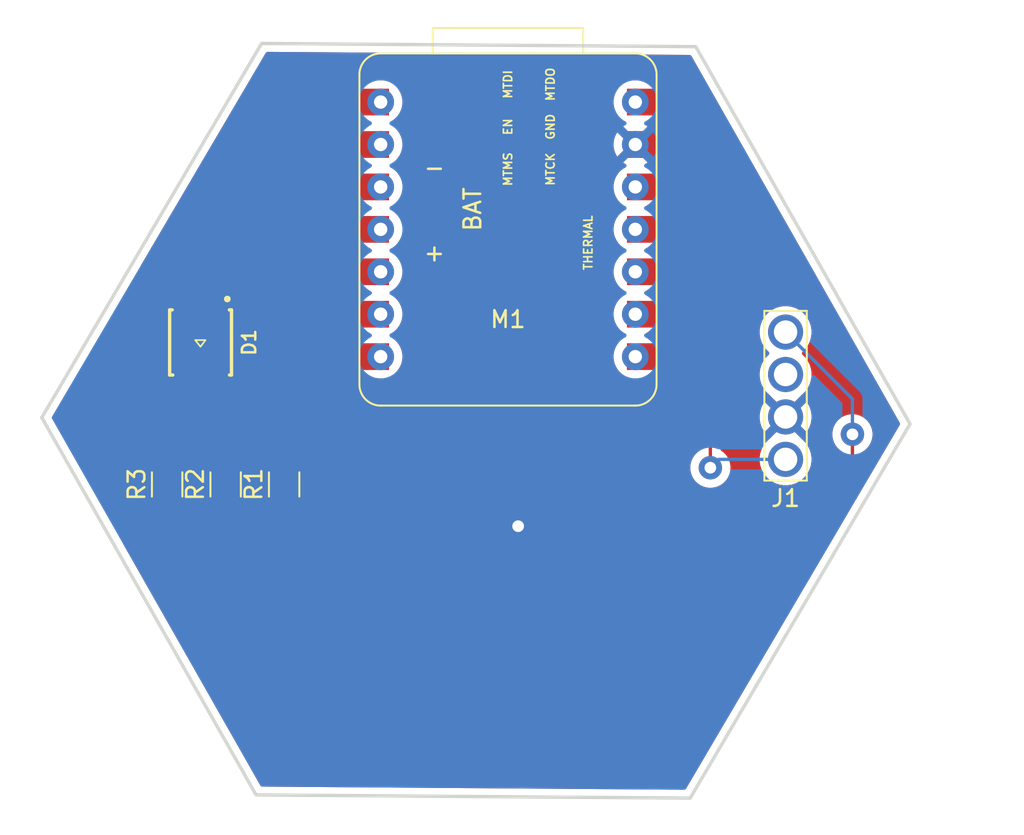
<source format=kicad_pcb>
(kicad_pcb (version 20241229) (generator "pcbnew") (generator_version "9.0")
  (layers (0 "F.Cu" signal) (2 "B.Cu" signal) (13 "F.Paste" user) (15 "B.Paste" user) (5 "F.SilkS" user "F.Silkscreen") (7 "B.SilkS" user "B.Silkscreen") (1 "F.Mask" user) (3 "B.Mask" user) (25 "Edge.Cuts" user))
  (net 0 "")
  (net 1 "Net-(D1-Pad4)")
  (net 2 "Net-(D1-Pad6)")
  (net 3 "/RED")
  (net 4 "/GREEN")
  (net 5 "/BLUE")
  (net 6 "Net-(D1-Pad2)")
  (net 7 "/A0")
  (net 8 "GND")
  (net 10 "+3.3V")
  (footprint "Resistor_SMD:R_1206_3216Metric" (layer "F.Cu") (at 131.5 105 90)
    (property "Reference" "R2" (at 0 -1.82 90) (layer "F.SilkS"))
    (property "Value" "56")
    (fp_line (start -0.727064 -0.91) (end 0.727064 -0.91) (stroke (width 0.12)) (layer "F.SilkS"))
    (fp_line (start -0.727064 0.91) (end 0.727064 0.91) (stroke (width 0.12)) (layer "F.SilkS"))
    (pad "1" smd roundrect (at -1.4625 0 90) (size 1.125 1.75) (layers "F.Cu" "F.Mask" "F.Paste") (roundrect_rratio 0.222222) (net 8 "GND"))
    (pad "2" smd roundrect (at 1.4625 0 90) (size 1.125 1.75) (layers "F.Cu" "F.Mask" "F.Paste") (roundrect_rratio 0.222222) (net 1 "Net-(D1-Pad4)"))
  )
  (footprint "Resistor_SMD:R_1206_3216Metric" (layer "F.Cu") (at 135 105 90)
    (property "Reference" "R1" (at 0 -1.82 90) (layer "F.SilkS"))
    (property "Value" "56")
    (fp_line (start -0.727064 -0.91) (end 0.727064 -0.91) (stroke (width 0.12)) (layer "F.SilkS"))
    (fp_line (start -0.727064 0.91) (end 0.727064 0.91) (stroke (width 0.12)) (layer "F.SilkS"))
    (pad "1" smd roundrect (at -1.4625 0 90) (size 1.125 1.75) (layers "F.Cu" "F.Mask" "F.Paste") (roundrect_rratio 0.222222) (net 8 "GND"))
    (pad "2" smd roundrect (at 1.4625 0 90) (size 1.125 1.75) (layers "F.Cu" "F.Mask" "F.Paste") (roundrect_rratio 0.222222) (net 6 "Net-(D1-Pad2)"))
  )
  (footprint "fab:PinHeader_01x04_P2.54mm_Vertical_THT_D1.4mm" (layer "F.Cu") (at 165 103.5 180)
    (property "Reference" "J1" (at 0 -2.33 0) (layer "F.SilkS"))
    (property "Value" "PinHeader_01x04_P2.54mm_Vertical_THT_D1.4mm")
    (fp_line (start 1.27 -1.27) (end 1.27 8.89) (stroke (width 0.12)) (layer "F.SilkS"))
    (fp_line (start -1.27 8.89) (end 1.27 8.89) (stroke (width 0.12)) (layer "F.SilkS"))
    (fp_line (start -1.27 -1.27) (end 1.27 -1.27) (stroke (width 0.12)) (layer "F.SilkS"))
    (fp_line (start -1.27 -1.27) (end -1.27 8.89) (stroke (width 0.12)) (layer "F.SilkS"))
    (pad "1" thru_hole circle (at 0 0 180) (size 2.1 2.1) (drill 1.4) (layers "*.Cu" "*.Mask") (net 10 "+3.3V"))
    (pad "2" thru_hole circle (at 0 2.54 180) (size 2.1 2.1) (drill 1.4) (layers "*.Cu" "*.Mask") (net 8 "GND"))
    (pad "3" thru_hole circle (at 0 5.08 180) (size 2.1 2.1) (drill 1.4) (layers "*.Cu" "*.Mask"))
    (pad "4" thru_hole circle (at 0 7.62 180) (size 2.1 2.1) (drill 1.4) (layers "*.Cu" "*.Mask") (net 7 "/A0"))
  )
  (footprint "WL-SFTD_3535:WL-SFTD_3535" (layer "F.Cu") (at 130 96.5 -90)
    (property "Reference" "D1" (at 0 -2.908 90) (layer "F.SilkS") (effects (font (size 0.8 0.8))))
    (property "Value" "WL-SFTD_3535")
    (fp_line (start -1.95 1.85) (end 1.95 1.85) (stroke (width 0.2)) (layer "F.SilkS"))
    (fp_line (start 1.95 1.85) (end 1.95 1.66) (stroke (width 0.2)) (layer "F.SilkS"))
    (fp_line (start -1.95 1.7) (end -1.95 1.85) (stroke (width 0.2)) (layer "F.SilkS"))
    (fp_line (start -0.14 0.32) (end 0.25 0.01) (stroke (width 0.1)) (layer "F.SilkS"))
    (fp_line (start 0.25 0) (end -0.14 -0.29) (stroke (width 0.1)) (layer "F.SilkS"))
    (fp_line (start -0.14 -0.29) (end -0.14 0.31) (stroke (width 0.1)) (layer "F.SilkS"))
    (fp_line (start -1.95 -1.72) (end -1.95 -1.85) (stroke (width 0.2)) (layer "F.SilkS"))
    (fp_line (start -1.95 -1.85) (end 1.95 -1.85) (stroke (width 0.2)) (layer "F.SilkS"))
    (fp_line (start 1.95 -1.85) (end 1.95 -1.73) (stroke (width 0.2)) (layer "F.SilkS"))
    (fp_circle (center -2.6 -1.6) (end -2.5 -1.6) (stroke (width 0.2)) (fill no) (layer "F.SilkS"))
    (pad "1" smd rect (at -1.5 -1.075 270) (size 1.2 0.7) (layers "F.Cu" "F.Mask" "F.Paste") (net 5 "/BLUE"))
    (pad "2" smd rect (at 1.5 -1.075 270) (size 1.2 0.7) (layers "F.Cu" "F.Mask" "F.Paste") (net 6 "Net-(D1-Pad2)"))
    (pad "3" smd rect (at -1.5 0 270) (size 1.2 0.7) (layers "F.Cu" "F.Mask" "F.Paste") (net 4 "/GREEN"))
    (pad "4" smd rect (at 1.5 0 270) (size 1.2 0.7) (layers "F.Cu" "F.Mask" "F.Paste") (net 1 "Net-(D1-Pad4)"))
    (pad "5" smd rect (at -1.5 1.075 270) (size 1.2 0.7) (layers "F.Cu" "F.Mask" "F.Paste") (net 3 "/RED"))
    (pad "6" smd rect (at 1.5 1.075 270) (size 1.2 0.7) (layers "F.Cu" "F.Mask" "F.Paste") (net 2 "Net-(D1-Pad6)"))
  )
  (footprint "Resistor_SMD:R_1206_3216Metric" (layer "F.Cu") (at 128 105 90)
    (property "Reference" "R3" (at 0 -1.82 90) (layer "F.SilkS"))
    (property "Value" "4R3")
    (fp_line (start -0.727064 -0.91) (end 0.727064 -0.91) (stroke (width 0.12)) (layer "F.SilkS"))
    (fp_line (start -0.727064 0.91) (end 0.727064 0.91) (stroke (width 0.12)) (layer "F.SilkS"))
    (pad "1" smd roundrect (at -1.4625 0 90) (size 1.125 1.75) (layers "F.Cu" "F.Mask" "F.Paste") (roundrect_rratio 0.222222) (net 8 "GND"))
    (pad "2" smd roundrect (at 1.4625 0 90) (size 1.125 1.75) (layers "F.Cu" "F.Mask" "F.Paste") (roundrect_rratio 0.222222) (net 2 "Net-(D1-Pad6)"))
  )
  (footprint "fab:SeeedStudio_XIAO_ESP32C3" (layer "F.Cu") (at 148.39 89.73)
    (property "Reference" "M1" (at 0 5.39 0) (layer "F.SilkS"))
    (property "Value" "Module_XIAO-ESP32C3")
    (fp_line (start -8.8875 9.281) (end -8.8875 -9.261) (stroke (width 0.12)) (layer "F.SilkS"))
    (fp_line (start -7.6175 -10.531) (end 7.6225 -10.531) (stroke (width 0.12)) (layer "F.SilkS"))
    (fp_line (start 7.6225 10.551) (end -7.6175 10.551) (stroke (width 0.12)) (layer "F.SilkS"))
    (fp_line (start 8.8925 -9.261) (end 8.8925 9.281) (stroke (width 0.12)) (layer "F.SilkS"))
    (fp_rect (start -4.4975 -10.531) (end 4.5025 -12.055) (stroke (width 0.12)) (fill no) (layer "F.SilkS"))
    (fp_arc (start -8.8875 -9.261) (mid -8.515526 -10.159026) (end -7.6175 -10.531) (stroke (width 0.12)) (layer "F.SilkS"))
    (fp_arc (start -7.6175 10.551) (mid -8.515526 10.179026) (end -8.8875 9.281) (stroke (width 0.12)) (layer "F.SilkS"))
    (fp_arc (start 7.6225 -10.531) (mid 8.520526 -10.159026) (end 8.8925 -9.261) (stroke (width 0.12)) (layer "F.SilkS"))
    (fp_arc (start 8.8925 9.281) (mid 8.520526 10.179026) (end 7.6225 10.551) (stroke (width 0.12)) (layer "F.SilkS"))
    (fp_text user "+" (at -4.4 1.4 0) (layer "F.SilkS"))
    (fp_text user "MTCK" (at 2.54 -3.6 90) (layer "F.SilkS") (effects (font (size 0.5 0.5) (thickness 0.1) (bold yes))))
    (fp_text user "THERMAL" (at 4.8 0.8 90) (layer "F.SilkS") (effects (font (size 0.5 0.5) (thickness 0.1) (bold yes))))
    (fp_text user "-" (at -4.4 -3.7 0) (layer "F.SilkS"))
    (fp_text user "BAT" (at -2.7 -1.2 90) (layer "F.SilkS") (effects (justify top)))
    (fp_text user "MTMS" (at 0 -3.6 90) (layer "F.SilkS") (effects (font (size 0.5 0.5) (thickness 0.1) (bold yes))))
    (fp_text user "MTDI" (at 0 -8.68 90) (layer "F.SilkS") (effects (font (size 0.5 0.5) (thickness 0.1) (bold yes))))
    (fp_text user "EN" (at 0 -6.14 90) (layer "F.SilkS") (effects (font (size 0.5 0.5) (thickness 0.1) (bold yes))))
    (fp_text user "GND" (at 2.54 -6.14 90) (layer "F.SilkS") (effects (font (size 0.5 0.5) (thickness 0.1) (bold yes))))
    (fp_text user "MTDO" (at 2.54 -8.68 90) (layer "F.SilkS") (effects (font (size 0.5 0.5) (thickness 0.1) (bold yes))))
    (pad "1" thru_hole circle (at -7.615 -7.62) (size 1.6 1.6) (drill 0.8) (layers "*.Cu" "*.Mask") (net 7 "/A0"))
    (pad "1" smd rect (at -7.615 -7.62) (size 3 1.6) (drill (offset -1 0)) (layers "F.Cu" "F.Mask" "F.Paste") (net 7 "/A0"))
    (pad "2" thru_hole circle (at -7.615 -5.08) (size 1.6 1.6) (drill 0.8) (layers "*.Cu" "*.Mask") (net 3 "/RED"))
    (pad "2" smd rect (at -7.615 -5.08) (size 3 1.6) (drill (offset -1 0)) (layers "F.Cu" "F.Mask" "F.Paste") (net 3 "/RED"))
    (pad "3" thru_hole circle (at -7.615 -2.54) (size 1.6 1.6) (drill 0.8) (layers "*.Cu" "*.Mask") (net 4 "/GREEN"))
    (pad "3" smd rect (at -7.615 -2.54) (size 3 1.6) (drill (offset -1 0)) (layers "F.Cu" "F.Mask" "F.Paste") (net 4 "/GREEN"))
    (pad "4" thru_hole circle (at -7.615 0) (size 1.6 1.6) (drill 0.8) (layers "*.Cu" "*.Mask") (net 5 "/BLUE"))
    (pad "4" smd rect (at -7.615 0) (size 3 1.6) (drill (offset -1 0)) (layers "F.Cu" "F.Mask" "F.Paste") (net 5 "/BLUE"))
    (pad "5" thru_hole circle (at -7.615 2.54) (size 1.6 1.6) (drill 0.8) (layers "*.Cu" "*.Mask"))
    (pad "5" smd rect (at -7.615 2.54) (size 3 1.6) (drill (offset -1 0)) (layers "F.Cu" "F.Mask" "F.Paste"))
    (pad "6" thru_hole circle (at -7.615 5.08) (size 1.6 1.6) (drill 0.8) (layers "*.Cu" "*.Mask"))
    (pad "6" smd rect (at -7.615 5.08) (size 3 1.6) (drill (offset -1 0)) (layers "F.Cu" "F.Mask" "F.Paste"))
    (pad "7" thru_hole circle (at -7.615 7.62) (size 1.6 1.6) (drill 0.8) (layers "*.Cu" "*.Mask"))
    (pad "7" smd rect (at -7.615 7.62) (size 3 1.6) (drill (offset -1 0)) (layers "F.Cu" "F.Mask" "F.Paste"))
    (pad "8" thru_hole circle (at 7.62 7.62) (size 1.6 1.6) (drill 0.8) (layers "*.Cu" "*.Mask"))
    (pad "8" smd rect (at 7.62 7.62) (size 3 1.6) (drill (offset 1 0)) (layers "F.Cu" "F.Mask" "F.Paste"))
    (pad "9" thru_hole circle (at 7.62 5.08) (size 1.6 1.6) (drill 0.8) (layers "*.Cu" "*.Mask"))
    (pad "9" smd rect (at 7.62 5.08) (size 3 1.6) (drill (offset 1 0)) (layers "F.Cu" "F.Mask" "F.Paste"))
    (pad "10" thru_hole circle (at 7.62 2.54) (size 1.6 1.6) (drill 0.8) (layers "*.Cu" "*.Mask"))
    (pad "10" smd rect (at 7.62 2.54) (size 3 1.6) (drill (offset 1 0)) (layers "F.Cu" "F.Mask" "F.Paste"))
    (pad "11" thru_hole circle (at 7.62 0) (size 1.6 1.6) (drill 0.8) (layers "*.Cu" "*.Mask"))
    (pad "11" smd rect (at 7.62 0) (size 3 1.6) (drill (offset 1 0)) (layers "F.Cu" "F.Mask" "F.Paste"))
    (pad "12" thru_hole circle (at 7.62 -2.54) (size 1.6 1.6) (drill 0.8) (layers "*.Cu" "*.Mask") (net 10 "+3.3V"))
    (pad "12" smd rect (at 7.62 -2.54) (size 3 1.6) (drill (offset 1 0)) (layers "F.Cu" "F.Mask" "F.Paste") (net 10 "+3.3V"))
    (pad "13" thru_hole circle (at 7.62 -5.08) (size 1.6 1.6) (drill 0.8) (layers "*.Cu" "*.Mask") (net 8 "GND"))
    (pad "13" smd rect (at 7.62 -5.08) (size 3 1.6) (drill (offset 1 0)) (layers "F.Cu" "F.Mask" "F.Paste") (net 8 "GND"))
    (pad "14" thru_hole circle (at 7.62 -7.62) (size 1.6 1.6) (drill 0.8) (layers "*.Cu" "*.Mask"))
    (pad "14" smd rect (at 7.62 -7.62) (size 3 1.6) (drill (offset 1 0)) (layers "F.Cu" "F.Mask" "F.Paste"))
    (pad "15" smd rect (at -4.6 -2.3) (size 2.4 1.2) (layers "F.Cu" "F.Mask" "F.Paste"))
    (pad "16" smd rect (at -4.6 -0.2) (size 2.4 1.2) (layers "F.Cu" "F.Mask" "F.Paste"))
    (pad "17" smd circle (at -1.27 -8.68) (size 1.2 1.2) (layers "F.Cu" "F.Mask" "F.Paste"))
    (pad "18" smd circle (at -1.27 -6.14) (size 1.2 1.2) (layers "F.Cu" "F.Mask" "F.Paste"))
    (pad "19" smd circle (at -1.27 -3.6) (size 1.2 1.2) (layers "F.Cu" "F.Mask" "F.Paste"))
    (pad "20" smd circle (at 1.27 -3.6) (size 1.2 1.2) (layers "F.Cu" "F.Mask" "F.Paste"))
    (pad "21" smd circle (at 1.27 -6.14) (size 1.2 1.2) (layers "F.Cu" "F.Mask" "F.Paste") (net 8 "GND"))
    (pad "22" smd circle (at 1.27 -8.68) (size 1.2 1.2) (layers "F.Cu" "F.Mask" "F.Paste"))
    (pad "23" smd rect (at 2.5 0.75) (size 3 3) (layers "F.Cu" "F.Mask" "F.Paste"))
  )
  (gr_line (start 133.651354 78.602203) (end 120.5 101) (stroke (width 0.2)) (layer "Edge.Cuts"))
  (gr_line (start 172.445476 101.381016) (end 159.624092 78.792711) (stroke (width 0.2)) (layer "Edge.Cuts"))
  (gr_line (start 159.624092 78.792711) (end 133.651354 78.602203) (stroke (width 0.2)) (layer "Edge.Cuts"))
  (gr_line (start 159.294122 123.778813) (end 172.445476 101.381016) (stroke (width 0.2)) (layer "Edge.Cuts"))
  (gr_line (start 133.321384 123.588305) (end 159.294122 123.778813) (stroke (width 0.2)) (layer "Edge.Cuts"))
  (gr_line (start 120.5 101) (end 133.321384 123.588305) (stroke (width 0.2)) (layer "Edge.Cuts"))
  (segment (start 130 102.0375) (end 130 98) (width 0.2) (layer "F.Cu") (net 1))
  (segment (start 131.5 103.5375) (end 130 102.0375) (width 0.2) (layer "F.Cu") (net 1))
  (segment (start 128.925 102.6125) (end 128.925 98) (width 0.2) (layer "F.Cu") (net 2))
  (segment (start 128 103.5375) (end 128.925 102.6125) (width 0.2) (layer "F.Cu") (net 2))
  (segment (start 128.925 92.575) (end 136.85 84.65) (width 0.2) (layer "F.Cu") (net 3))
  (segment (start 128.925 95) (end 128.925 92.575) (width 0.2) (layer "F.Cu") (net 3))
  (segment (start 136.85 84.65) (end 140.775 84.65) (width 0.2) (layer "F.Cu") (net 3))
  (segment (start 130 94.2) (end 137.01 87.19) (width 0.2) (layer "F.Cu") (net 4))
  (segment (start 130 95) (end 130 94.2) (width 0.2) (layer "F.Cu") (net 4))
  (segment (start 137.01 87.19) (end 140.775 87.19) (width 0.2) (layer "F.Cu") (net 4))
  (segment (start 136.345 89.73) (end 140.775 89.73) (width 0.2) (layer "F.Cu") (net 5))
  (segment (start 131.075 95) (end 136.345 89.73) (width 0.2) (layer "F.Cu") (net 5))
  (segment (start 131.075 99.6125) (end 131.075 98) (width 0.2) (layer "F.Cu") (net 6))
  (segment (start 135 103.5375) (end 131.075 99.6125) (width 0.2) (layer "F.Cu") (net 6))
  (segment (start 169 104.5) (end 169 102) (width 0.2) (layer "F.Cu") (net 7))
  (segment (start 137.39 82.11) (end 125.5 94) (width 0.2) (layer "F.Cu") (net 7))
  (segment (start 125.5 107.5) (end 135.5 117.5) (width 0.2) (layer "F.Cu") (net 7))
  (segment (start 135.5 117.5) (end 156 117.5) (width 0.2) (layer "F.Cu") (net 7))
  (segment (start 156 117.5) (end 169 104.5) (width 0.2) (layer "F.Cu") (net 7))
  (segment (start 140.775 82.11) (end 137.39 82.11) (width 0.2) (layer "F.Cu") (net 7))
  (segment (start 125.5 94) (end 125.5 107.5) (width 0.2) (layer "F.Cu") (net 7))
  (via (at 169 102) (size 1.4) (drill 0.7) (layers "F.Cu" "B.Cu") (net 7))
  (segment (start 169 102) (end 169 99.88) (width 0.2) (layer "B.Cu") (net 7))
  (segment (start 169 99.88) (end 165 95.88) (width 0.2) (layer "B.Cu") (net 7))
  (via (at 149 107.5) (size 1.4) (drill 0.7) (layers "F.Cu" "B.Cu") (net 8))
  (segment (start 160.5 88.5) (end 159.19 87.19) (width 0.2) (layer "F.Cu") (net 10))
  (segment (start 160.5 104) (end 160.5 88.5) (width 0.2) (layer "F.Cu") (net 10))
  (segment (start 159.19 87.19) (end 156.01 87.19) (width 0.2) (layer "F.Cu") (net 10))
  (via (at 160.5 104) (size 1.4) (drill 0.7) (layers "F.Cu" "B.Cu") (net 10))
  (segment (start 160.5 104) (end 161 103.5) (width 0.2) (layer "B.Cu") (net 10))
  (segment (start 161 103.5) (end 165 103.5) (width 0.2) (layer "B.Cu") (net 10))
  (zone (net 8) (net_name "GND") (layers "F.Cu" "B.Cu") (connect_pads (clearance 0.5)) (min_thickness 0.25) (fill yes (thermal_gap 0.5) (thermal_bridge_width 0.5))
    (polygon (pts (xy 174 101.5) (xy 160.5 126) (xy 132.5 125.5) (xy 118 100.5) (xy 133 76) (xy 161.5 76)))
  )
)
</source>
